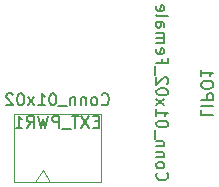
<source format=gbr>
G04 #@! TF.GenerationSoftware,KiCad,Pcbnew,5.1.10*
G04 #@! TF.CreationDate,2021-06-10T23:09:58+02:00*
G04 #@! TF.ProjectId,PlantCtrlESP32,506c616e-7443-4747-926c-45535033322e,rev?*
G04 #@! TF.SameCoordinates,Original*
G04 #@! TF.FileFunction,Other,Fab,Bot*
%FSLAX46Y46*%
G04 Gerber Fmt 4.6, Leading zero omitted, Abs format (unit mm)*
G04 Created by KiCad (PCBNEW 5.1.10) date 2021-06-10 23:09:58*
%MOMM*%
%LPD*%
G01*
G04 APERTURE LIST*
%ADD10C,0.100000*%
%ADD11C,0.150000*%
G04 APERTURE END LIST*
D10*
X226110800Y-62614800D02*
X226735800Y-63614800D01*
X225485800Y-63614800D02*
X226110800Y-62614800D01*
X231060800Y-63614800D02*
X223660800Y-63614800D01*
X231060800Y-57864800D02*
X231060800Y-63614800D01*
X223660800Y-57864800D02*
X231060800Y-57864800D01*
X223660800Y-63614800D02*
X223660800Y-57864800D01*
D11*
X235812057Y-62843514D02*
X235764438Y-62891133D01*
X235716819Y-63033990D01*
X235716819Y-63129228D01*
X235764438Y-63272085D01*
X235859676Y-63367323D01*
X235954914Y-63414942D01*
X236145390Y-63462561D01*
X236288247Y-63462561D01*
X236478723Y-63414942D01*
X236573961Y-63367323D01*
X236669200Y-63272085D01*
X236716819Y-63129228D01*
X236716819Y-63033990D01*
X236669200Y-62891133D01*
X236621580Y-62843514D01*
X235716819Y-62272085D02*
X235764438Y-62367323D01*
X235812057Y-62414942D01*
X235907295Y-62462561D01*
X236193009Y-62462561D01*
X236288247Y-62414942D01*
X236335866Y-62367323D01*
X236383485Y-62272085D01*
X236383485Y-62129228D01*
X236335866Y-62033990D01*
X236288247Y-61986371D01*
X236193009Y-61938752D01*
X235907295Y-61938752D01*
X235812057Y-61986371D01*
X235764438Y-62033990D01*
X235716819Y-62129228D01*
X235716819Y-62272085D01*
X236383485Y-61510180D02*
X235716819Y-61510180D01*
X236288247Y-61510180D02*
X236335866Y-61462561D01*
X236383485Y-61367323D01*
X236383485Y-61224466D01*
X236335866Y-61129228D01*
X236240628Y-61081609D01*
X235716819Y-61081609D01*
X236383485Y-60605419D02*
X235716819Y-60605419D01*
X236288247Y-60605419D02*
X236335866Y-60557800D01*
X236383485Y-60462561D01*
X236383485Y-60319704D01*
X236335866Y-60224466D01*
X236240628Y-60176847D01*
X235716819Y-60176847D01*
X235621580Y-59938752D02*
X235621580Y-59176847D01*
X236716819Y-58748276D02*
X236716819Y-58653038D01*
X236669200Y-58557800D01*
X236621580Y-58510180D01*
X236526342Y-58462561D01*
X236335866Y-58414942D01*
X236097771Y-58414942D01*
X235907295Y-58462561D01*
X235812057Y-58510180D01*
X235764438Y-58557800D01*
X235716819Y-58653038D01*
X235716819Y-58748276D01*
X235764438Y-58843514D01*
X235812057Y-58891133D01*
X235907295Y-58938752D01*
X236097771Y-58986371D01*
X236335866Y-58986371D01*
X236526342Y-58938752D01*
X236621580Y-58891133D01*
X236669200Y-58843514D01*
X236716819Y-58748276D01*
X235716819Y-57462561D02*
X235716819Y-58033990D01*
X235716819Y-57748276D02*
X236716819Y-57748276D01*
X236573961Y-57843514D01*
X236478723Y-57938752D01*
X236431104Y-58033990D01*
X235716819Y-57129228D02*
X236383485Y-56605419D01*
X236383485Y-57129228D02*
X235716819Y-56605419D01*
X236716819Y-56033990D02*
X236716819Y-55938752D01*
X236669200Y-55843514D01*
X236621580Y-55795895D01*
X236526342Y-55748276D01*
X236335866Y-55700657D01*
X236097771Y-55700657D01*
X235907295Y-55748276D01*
X235812057Y-55795895D01*
X235764438Y-55843514D01*
X235716819Y-55938752D01*
X235716819Y-56033990D01*
X235764438Y-56129228D01*
X235812057Y-56176847D01*
X235907295Y-56224466D01*
X236097771Y-56272085D01*
X236335866Y-56272085D01*
X236526342Y-56224466D01*
X236621580Y-56176847D01*
X236669200Y-56129228D01*
X236716819Y-56033990D01*
X236621580Y-55319704D02*
X236669200Y-55272085D01*
X236716819Y-55176847D01*
X236716819Y-54938752D01*
X236669200Y-54843514D01*
X236621580Y-54795895D01*
X236526342Y-54748276D01*
X236431104Y-54748276D01*
X236288247Y-54795895D01*
X235716819Y-55367323D01*
X235716819Y-54748276D01*
X235621580Y-54557800D02*
X235621580Y-53795895D01*
X236240628Y-53224466D02*
X236240628Y-53557800D01*
X235716819Y-53557800D02*
X236716819Y-53557800D01*
X236716819Y-53081609D01*
X235764438Y-52319704D02*
X235716819Y-52414942D01*
X235716819Y-52605419D01*
X235764438Y-52700657D01*
X235859676Y-52748276D01*
X236240628Y-52748276D01*
X236335866Y-52700657D01*
X236383485Y-52605419D01*
X236383485Y-52414942D01*
X236335866Y-52319704D01*
X236240628Y-52272085D01*
X236145390Y-52272085D01*
X236050152Y-52748276D01*
X235716819Y-51843514D02*
X236383485Y-51843514D01*
X236288247Y-51843514D02*
X236335866Y-51795895D01*
X236383485Y-51700657D01*
X236383485Y-51557800D01*
X236335866Y-51462561D01*
X236240628Y-51414942D01*
X235716819Y-51414942D01*
X236240628Y-51414942D02*
X236335866Y-51367323D01*
X236383485Y-51272085D01*
X236383485Y-51129228D01*
X236335866Y-51033990D01*
X236240628Y-50986371D01*
X235716819Y-50986371D01*
X235716819Y-50081609D02*
X236240628Y-50081609D01*
X236335866Y-50129228D01*
X236383485Y-50224466D01*
X236383485Y-50414942D01*
X236335866Y-50510180D01*
X235764438Y-50081609D02*
X235716819Y-50176847D01*
X235716819Y-50414942D01*
X235764438Y-50510180D01*
X235859676Y-50557800D01*
X235954914Y-50557800D01*
X236050152Y-50510180D01*
X236097771Y-50414942D01*
X236097771Y-50176847D01*
X236145390Y-50081609D01*
X235716819Y-49462561D02*
X235764438Y-49557800D01*
X235859676Y-49605419D01*
X236716819Y-49605419D01*
X235764438Y-48700657D02*
X235716819Y-48795895D01*
X235716819Y-48986371D01*
X235764438Y-49081609D01*
X235859676Y-49129228D01*
X236240628Y-49129228D01*
X236335866Y-49081609D01*
X236383485Y-48986371D01*
X236383485Y-48795895D01*
X236335866Y-48700657D01*
X236240628Y-48653038D01*
X236145390Y-48653038D01*
X236050152Y-49129228D01*
X239526819Y-57486371D02*
X239526819Y-57962561D01*
X240526819Y-57962561D01*
X239526819Y-57153038D02*
X240526819Y-57153038D01*
X239526819Y-56676847D02*
X240526819Y-56676847D01*
X240526819Y-56295895D01*
X240479200Y-56200657D01*
X240431580Y-56153038D01*
X240336342Y-56105419D01*
X240193485Y-56105419D01*
X240098247Y-56153038D01*
X240050628Y-56200657D01*
X240003009Y-56295895D01*
X240003009Y-56676847D01*
X240526819Y-55486371D02*
X240526819Y-55295895D01*
X240479200Y-55200657D01*
X240383961Y-55105419D01*
X240193485Y-55057800D01*
X239860152Y-55057800D01*
X239669676Y-55105419D01*
X239574438Y-55200657D01*
X239526819Y-55295895D01*
X239526819Y-55486371D01*
X239574438Y-55581609D01*
X239669676Y-55676847D01*
X239860152Y-55724466D01*
X240193485Y-55724466D01*
X240383961Y-55676847D01*
X240479200Y-55581609D01*
X240526819Y-55486371D01*
X239526819Y-54105419D02*
X239526819Y-54676847D01*
X239526819Y-54391133D02*
X240526819Y-54391133D01*
X240383961Y-54486371D01*
X240288723Y-54581609D01*
X240241104Y-54676847D01*
X231098895Y-57021942D02*
X231146514Y-57069561D01*
X231289371Y-57117180D01*
X231384609Y-57117180D01*
X231527466Y-57069561D01*
X231622704Y-56974323D01*
X231670323Y-56879085D01*
X231717942Y-56688609D01*
X231717942Y-56545752D01*
X231670323Y-56355276D01*
X231622704Y-56260038D01*
X231527466Y-56164800D01*
X231384609Y-56117180D01*
X231289371Y-56117180D01*
X231146514Y-56164800D01*
X231098895Y-56212419D01*
X230527466Y-57117180D02*
X230622704Y-57069561D01*
X230670323Y-57021942D01*
X230717942Y-56926704D01*
X230717942Y-56640990D01*
X230670323Y-56545752D01*
X230622704Y-56498133D01*
X230527466Y-56450514D01*
X230384609Y-56450514D01*
X230289371Y-56498133D01*
X230241752Y-56545752D01*
X230194133Y-56640990D01*
X230194133Y-56926704D01*
X230241752Y-57021942D01*
X230289371Y-57069561D01*
X230384609Y-57117180D01*
X230527466Y-57117180D01*
X229765561Y-56450514D02*
X229765561Y-57117180D01*
X229765561Y-56545752D02*
X229717942Y-56498133D01*
X229622704Y-56450514D01*
X229479847Y-56450514D01*
X229384609Y-56498133D01*
X229336990Y-56593371D01*
X229336990Y-57117180D01*
X228860800Y-56450514D02*
X228860800Y-57117180D01*
X228860800Y-56545752D02*
X228813180Y-56498133D01*
X228717942Y-56450514D01*
X228575085Y-56450514D01*
X228479847Y-56498133D01*
X228432228Y-56593371D01*
X228432228Y-57117180D01*
X228194133Y-57212419D02*
X227432228Y-57212419D01*
X227003657Y-56117180D02*
X226908419Y-56117180D01*
X226813180Y-56164800D01*
X226765561Y-56212419D01*
X226717942Y-56307657D01*
X226670323Y-56498133D01*
X226670323Y-56736228D01*
X226717942Y-56926704D01*
X226765561Y-57021942D01*
X226813180Y-57069561D01*
X226908419Y-57117180D01*
X227003657Y-57117180D01*
X227098895Y-57069561D01*
X227146514Y-57021942D01*
X227194133Y-56926704D01*
X227241752Y-56736228D01*
X227241752Y-56498133D01*
X227194133Y-56307657D01*
X227146514Y-56212419D01*
X227098895Y-56164800D01*
X227003657Y-56117180D01*
X225717942Y-57117180D02*
X226289371Y-57117180D01*
X226003657Y-57117180D02*
X226003657Y-56117180D01*
X226098895Y-56260038D01*
X226194133Y-56355276D01*
X226289371Y-56402895D01*
X225384609Y-57117180D02*
X224860800Y-56450514D01*
X225384609Y-56450514D02*
X224860800Y-57117180D01*
X224289371Y-56117180D02*
X224194133Y-56117180D01*
X224098895Y-56164800D01*
X224051276Y-56212419D01*
X224003657Y-56307657D01*
X223956038Y-56498133D01*
X223956038Y-56736228D01*
X224003657Y-56926704D01*
X224051276Y-57021942D01*
X224098895Y-57069561D01*
X224194133Y-57117180D01*
X224289371Y-57117180D01*
X224384609Y-57069561D01*
X224432228Y-57021942D01*
X224479847Y-56926704D01*
X224527466Y-56736228D01*
X224527466Y-56498133D01*
X224479847Y-56307657D01*
X224432228Y-56212419D01*
X224384609Y-56164800D01*
X224289371Y-56117180D01*
X223575085Y-56212419D02*
X223527466Y-56164800D01*
X223432228Y-56117180D01*
X223194133Y-56117180D01*
X223098895Y-56164800D01*
X223051276Y-56212419D01*
X223003657Y-56307657D01*
X223003657Y-56402895D01*
X223051276Y-56545752D01*
X223622704Y-57117180D01*
X223003657Y-57117180D01*
X230860800Y-58493371D02*
X230527466Y-58493371D01*
X230384609Y-59017180D02*
X230860800Y-59017180D01*
X230860800Y-58017180D01*
X230384609Y-58017180D01*
X230051276Y-58017180D02*
X229384609Y-59017180D01*
X229384609Y-58017180D02*
X230051276Y-59017180D01*
X229146514Y-58017180D02*
X228575085Y-58017180D01*
X228860800Y-59017180D02*
X228860800Y-58017180D01*
X228479847Y-59112419D02*
X227717942Y-59112419D01*
X227479847Y-59017180D02*
X227479847Y-58017180D01*
X227098895Y-58017180D01*
X227003657Y-58064800D01*
X226956038Y-58112419D01*
X226908419Y-58207657D01*
X226908419Y-58350514D01*
X226956038Y-58445752D01*
X227003657Y-58493371D01*
X227098895Y-58540990D01*
X227479847Y-58540990D01*
X226575085Y-58017180D02*
X226336990Y-59017180D01*
X226146514Y-58302895D01*
X225956038Y-59017180D01*
X225717942Y-58017180D01*
X224765561Y-59017180D02*
X225098895Y-58540990D01*
X225336990Y-59017180D02*
X225336990Y-58017180D01*
X224956038Y-58017180D01*
X224860800Y-58064800D01*
X224813180Y-58112419D01*
X224765561Y-58207657D01*
X224765561Y-58350514D01*
X224813180Y-58445752D01*
X224860800Y-58493371D01*
X224956038Y-58540990D01*
X225336990Y-58540990D01*
X223813180Y-59017180D02*
X224384609Y-59017180D01*
X224098895Y-59017180D02*
X224098895Y-58017180D01*
X224194133Y-58160038D01*
X224289371Y-58255276D01*
X224384609Y-58302895D01*
M02*

</source>
